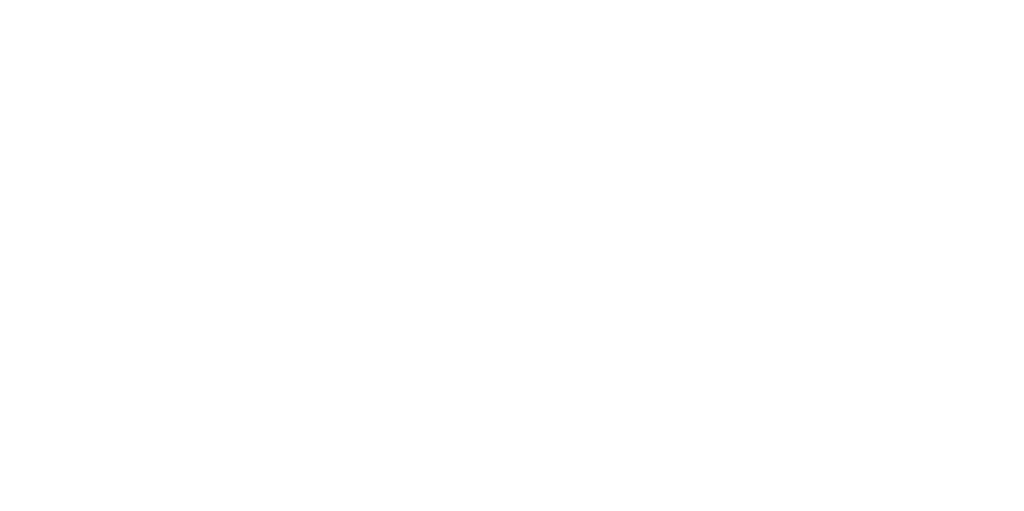
<source format=kicad_sch>
(kicad_sch
	(version 20231120)
	(generator "eeschema")
	(generator_version "8.0")
	(uuid "b5fbb1c4-740a-4450-a418-fd9cc7f69f52")
	(paper "User" 499.008 248.996)
	(title_block
		(title "Nyx (RGB Matrix)")
		(date "2023-08-05")
		(rev "2")
		(comment 1 "Copyright © 2023 HorrorTroll")
		(comment 2 "GPL2 License")
	)
	(lib_symbols)
)

</source>
